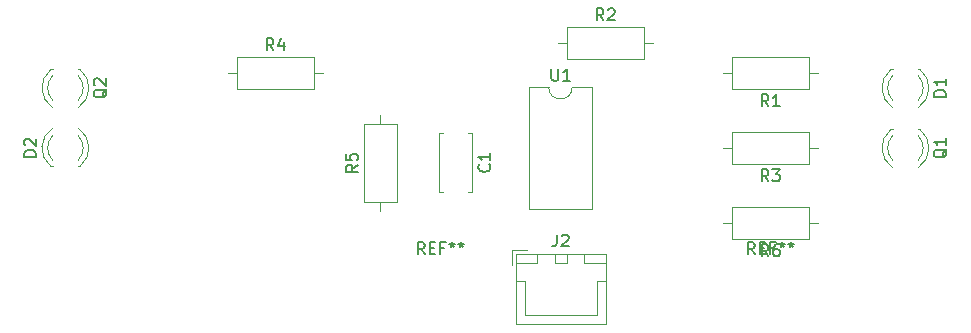
<source format=gbr>
%TF.GenerationSoftware,KiCad,Pcbnew,9.0.4-9.0.4-0~ubuntu22.04.1*%
%TF.CreationDate,2025-10-04T20:24:53+09:00*%
%TF.ProjectId,practice10.13,70726163-7469-4636-9531-302e31332e6b,rev?*%
%TF.SameCoordinates,Original*%
%TF.FileFunction,Legend,Top*%
%TF.FilePolarity,Positive*%
%FSLAX46Y46*%
G04 Gerber Fmt 4.6, Leading zero omitted, Abs format (unit mm)*
G04 Created by KiCad (PCBNEW 9.0.4-9.0.4-0~ubuntu22.04.1) date 2025-10-04 20:24:53*
%MOMM*%
%LPD*%
G01*
G04 APERTURE LIST*
%ADD10C,0.150000*%
%ADD11C,0.120000*%
G04 APERTURE END LIST*
D10*
X143446666Y-63614819D02*
X143113333Y-63138628D01*
X142875238Y-63614819D02*
X142875238Y-62614819D01*
X142875238Y-62614819D02*
X143256190Y-62614819D01*
X143256190Y-62614819D02*
X143351428Y-62662438D01*
X143351428Y-62662438D02*
X143399047Y-62710057D01*
X143399047Y-62710057D02*
X143446666Y-62805295D01*
X143446666Y-62805295D02*
X143446666Y-62948152D01*
X143446666Y-62948152D02*
X143399047Y-63043390D01*
X143399047Y-63043390D02*
X143351428Y-63091009D01*
X143351428Y-63091009D02*
X143256190Y-63138628D01*
X143256190Y-63138628D02*
X142875238Y-63138628D01*
X143875238Y-63091009D02*
X144208571Y-63091009D01*
X144351428Y-63614819D02*
X143875238Y-63614819D01*
X143875238Y-63614819D02*
X143875238Y-62614819D01*
X143875238Y-62614819D02*
X144351428Y-62614819D01*
X145113333Y-63091009D02*
X144780000Y-63091009D01*
X144780000Y-63614819D02*
X144780000Y-62614819D01*
X144780000Y-62614819D02*
X145256190Y-62614819D01*
X145780000Y-62614819D02*
X145780000Y-62852914D01*
X145541905Y-62757676D02*
X145780000Y-62852914D01*
X145780000Y-62852914D02*
X146018095Y-62757676D01*
X145637143Y-63043390D02*
X145780000Y-62852914D01*
X145780000Y-62852914D02*
X145922857Y-63043390D01*
X146541905Y-62614819D02*
X146541905Y-62852914D01*
X146303810Y-62757676D02*
X146541905Y-62852914D01*
X146541905Y-62852914D02*
X146780000Y-62757676D01*
X146399048Y-63043390D02*
X146541905Y-62852914D01*
X146541905Y-62852914D02*
X146684762Y-63043390D01*
X171386666Y-63614819D02*
X171053333Y-63138628D01*
X170815238Y-63614819D02*
X170815238Y-62614819D01*
X170815238Y-62614819D02*
X171196190Y-62614819D01*
X171196190Y-62614819D02*
X171291428Y-62662438D01*
X171291428Y-62662438D02*
X171339047Y-62710057D01*
X171339047Y-62710057D02*
X171386666Y-62805295D01*
X171386666Y-62805295D02*
X171386666Y-62948152D01*
X171386666Y-62948152D02*
X171339047Y-63043390D01*
X171339047Y-63043390D02*
X171291428Y-63091009D01*
X171291428Y-63091009D02*
X171196190Y-63138628D01*
X171196190Y-63138628D02*
X170815238Y-63138628D01*
X171815238Y-63091009D02*
X172148571Y-63091009D01*
X172291428Y-63614819D02*
X171815238Y-63614819D01*
X171815238Y-63614819D02*
X171815238Y-62614819D01*
X171815238Y-62614819D02*
X172291428Y-62614819D01*
X173053333Y-63091009D02*
X172720000Y-63091009D01*
X172720000Y-63614819D02*
X172720000Y-62614819D01*
X172720000Y-62614819D02*
X173196190Y-62614819D01*
X173720000Y-62614819D02*
X173720000Y-62852914D01*
X173481905Y-62757676D02*
X173720000Y-62852914D01*
X173720000Y-62852914D02*
X173958095Y-62757676D01*
X173577143Y-63043390D02*
X173720000Y-62852914D01*
X173720000Y-62852914D02*
X173862857Y-63043390D01*
X174481905Y-62614819D02*
X174481905Y-62852914D01*
X174243810Y-62757676D02*
X174481905Y-62852914D01*
X174481905Y-62852914D02*
X174720000Y-62757676D01*
X174339048Y-63043390D02*
X174481905Y-62852914D01*
X174481905Y-62852914D02*
X174624762Y-63043390D01*
X116540057Y-49625238D02*
X116492438Y-49720476D01*
X116492438Y-49720476D02*
X116397200Y-49815714D01*
X116397200Y-49815714D02*
X116254342Y-49958571D01*
X116254342Y-49958571D02*
X116206723Y-50053809D01*
X116206723Y-50053809D02*
X116206723Y-50149047D01*
X116444819Y-50101428D02*
X116397200Y-50196666D01*
X116397200Y-50196666D02*
X116301961Y-50291904D01*
X116301961Y-50291904D02*
X116111485Y-50339523D01*
X116111485Y-50339523D02*
X115778152Y-50339523D01*
X115778152Y-50339523D02*
X115587676Y-50291904D01*
X115587676Y-50291904D02*
X115492438Y-50196666D01*
X115492438Y-50196666D02*
X115444819Y-50101428D01*
X115444819Y-50101428D02*
X115444819Y-49910952D01*
X115444819Y-49910952D02*
X115492438Y-49815714D01*
X115492438Y-49815714D02*
X115587676Y-49720476D01*
X115587676Y-49720476D02*
X115778152Y-49672857D01*
X115778152Y-49672857D02*
X116111485Y-49672857D01*
X116111485Y-49672857D02*
X116301961Y-49720476D01*
X116301961Y-49720476D02*
X116397200Y-49815714D01*
X116397200Y-49815714D02*
X116444819Y-49910952D01*
X116444819Y-49910952D02*
X116444819Y-50101428D01*
X115540057Y-49291904D02*
X115492438Y-49244285D01*
X115492438Y-49244285D02*
X115444819Y-49149047D01*
X115444819Y-49149047D02*
X115444819Y-48910952D01*
X115444819Y-48910952D02*
X115492438Y-48815714D01*
X115492438Y-48815714D02*
X115540057Y-48768095D01*
X115540057Y-48768095D02*
X115635295Y-48720476D01*
X115635295Y-48720476D02*
X115730533Y-48720476D01*
X115730533Y-48720476D02*
X115873390Y-48768095D01*
X115873390Y-48768095D02*
X116444819Y-49339523D01*
X116444819Y-49339523D02*
X116444819Y-48720476D01*
X137784819Y-56046666D02*
X137308628Y-56379999D01*
X137784819Y-56618094D02*
X136784819Y-56618094D01*
X136784819Y-56618094D02*
X136784819Y-56237142D01*
X136784819Y-56237142D02*
X136832438Y-56141904D01*
X136832438Y-56141904D02*
X136880057Y-56094285D01*
X136880057Y-56094285D02*
X136975295Y-56046666D01*
X136975295Y-56046666D02*
X137118152Y-56046666D01*
X137118152Y-56046666D02*
X137213390Y-56094285D01*
X137213390Y-56094285D02*
X137261009Y-56141904D01*
X137261009Y-56141904D02*
X137308628Y-56237142D01*
X137308628Y-56237142D02*
X137308628Y-56618094D01*
X136784819Y-55141904D02*
X136784819Y-55618094D01*
X136784819Y-55618094D02*
X137261009Y-55665713D01*
X137261009Y-55665713D02*
X137213390Y-55618094D01*
X137213390Y-55618094D02*
X137165771Y-55522856D01*
X137165771Y-55522856D02*
X137165771Y-55284761D01*
X137165771Y-55284761D02*
X137213390Y-55189523D01*
X137213390Y-55189523D02*
X137261009Y-55141904D01*
X137261009Y-55141904D02*
X137356247Y-55094285D01*
X137356247Y-55094285D02*
X137594342Y-55094285D01*
X137594342Y-55094285D02*
X137689580Y-55141904D01*
X137689580Y-55141904D02*
X137737200Y-55189523D01*
X137737200Y-55189523D02*
X137784819Y-55284761D01*
X137784819Y-55284761D02*
X137784819Y-55522856D01*
X137784819Y-55522856D02*
X137737200Y-55618094D01*
X137737200Y-55618094D02*
X137689580Y-55665713D01*
X154626666Y-61944819D02*
X154626666Y-62659104D01*
X154626666Y-62659104D02*
X154579047Y-62801961D01*
X154579047Y-62801961D02*
X154483809Y-62897200D01*
X154483809Y-62897200D02*
X154340952Y-62944819D01*
X154340952Y-62944819D02*
X154245714Y-62944819D01*
X155055238Y-62040057D02*
X155102857Y-61992438D01*
X155102857Y-61992438D02*
X155198095Y-61944819D01*
X155198095Y-61944819D02*
X155436190Y-61944819D01*
X155436190Y-61944819D02*
X155531428Y-61992438D01*
X155531428Y-61992438D02*
X155579047Y-62040057D01*
X155579047Y-62040057D02*
X155626666Y-62135295D01*
X155626666Y-62135295D02*
X155626666Y-62230533D01*
X155626666Y-62230533D02*
X155579047Y-62373390D01*
X155579047Y-62373390D02*
X155007619Y-62944819D01*
X155007619Y-62944819D02*
X155626666Y-62944819D01*
X187564819Y-50268094D02*
X186564819Y-50268094D01*
X186564819Y-50268094D02*
X186564819Y-50029999D01*
X186564819Y-50029999D02*
X186612438Y-49887142D01*
X186612438Y-49887142D02*
X186707676Y-49791904D01*
X186707676Y-49791904D02*
X186802914Y-49744285D01*
X186802914Y-49744285D02*
X186993390Y-49696666D01*
X186993390Y-49696666D02*
X187136247Y-49696666D01*
X187136247Y-49696666D02*
X187326723Y-49744285D01*
X187326723Y-49744285D02*
X187421961Y-49791904D01*
X187421961Y-49791904D02*
X187517200Y-49887142D01*
X187517200Y-49887142D02*
X187564819Y-50029999D01*
X187564819Y-50029999D02*
X187564819Y-50268094D01*
X187564819Y-48744285D02*
X187564819Y-49315713D01*
X187564819Y-49029999D02*
X186564819Y-49029999D01*
X186564819Y-49029999D02*
X186707676Y-49125237D01*
X186707676Y-49125237D02*
X186802914Y-49220475D01*
X186802914Y-49220475D02*
X186850533Y-49315713D01*
X172553333Y-51084819D02*
X172220000Y-50608628D01*
X171981905Y-51084819D02*
X171981905Y-50084819D01*
X171981905Y-50084819D02*
X172362857Y-50084819D01*
X172362857Y-50084819D02*
X172458095Y-50132438D01*
X172458095Y-50132438D02*
X172505714Y-50180057D01*
X172505714Y-50180057D02*
X172553333Y-50275295D01*
X172553333Y-50275295D02*
X172553333Y-50418152D01*
X172553333Y-50418152D02*
X172505714Y-50513390D01*
X172505714Y-50513390D02*
X172458095Y-50561009D01*
X172458095Y-50561009D02*
X172362857Y-50608628D01*
X172362857Y-50608628D02*
X171981905Y-50608628D01*
X173505714Y-51084819D02*
X172934286Y-51084819D01*
X173220000Y-51084819D02*
X173220000Y-50084819D01*
X173220000Y-50084819D02*
X173124762Y-50227676D01*
X173124762Y-50227676D02*
X173029524Y-50322914D01*
X173029524Y-50322914D02*
X172934286Y-50370533D01*
X172553333Y-63784819D02*
X172220000Y-63308628D01*
X171981905Y-63784819D02*
X171981905Y-62784819D01*
X171981905Y-62784819D02*
X172362857Y-62784819D01*
X172362857Y-62784819D02*
X172458095Y-62832438D01*
X172458095Y-62832438D02*
X172505714Y-62880057D01*
X172505714Y-62880057D02*
X172553333Y-62975295D01*
X172553333Y-62975295D02*
X172553333Y-63118152D01*
X172553333Y-63118152D02*
X172505714Y-63213390D01*
X172505714Y-63213390D02*
X172458095Y-63261009D01*
X172458095Y-63261009D02*
X172362857Y-63308628D01*
X172362857Y-63308628D02*
X171981905Y-63308628D01*
X173410476Y-62784819D02*
X173220000Y-62784819D01*
X173220000Y-62784819D02*
X173124762Y-62832438D01*
X173124762Y-62832438D02*
X173077143Y-62880057D01*
X173077143Y-62880057D02*
X172981905Y-63022914D01*
X172981905Y-63022914D02*
X172934286Y-63213390D01*
X172934286Y-63213390D02*
X172934286Y-63594342D01*
X172934286Y-63594342D02*
X172981905Y-63689580D01*
X172981905Y-63689580D02*
X173029524Y-63737200D01*
X173029524Y-63737200D02*
X173124762Y-63784819D01*
X173124762Y-63784819D02*
X173315238Y-63784819D01*
X173315238Y-63784819D02*
X173410476Y-63737200D01*
X173410476Y-63737200D02*
X173458095Y-63689580D01*
X173458095Y-63689580D02*
X173505714Y-63594342D01*
X173505714Y-63594342D02*
X173505714Y-63356247D01*
X173505714Y-63356247D02*
X173458095Y-63261009D01*
X173458095Y-63261009D02*
X173410476Y-63213390D01*
X173410476Y-63213390D02*
X173315238Y-63165771D01*
X173315238Y-63165771D02*
X173124762Y-63165771D01*
X173124762Y-63165771D02*
X173029524Y-63213390D01*
X173029524Y-63213390D02*
X172981905Y-63261009D01*
X172981905Y-63261009D02*
X172934286Y-63356247D01*
X110524819Y-55348094D02*
X109524819Y-55348094D01*
X109524819Y-55348094D02*
X109524819Y-55109999D01*
X109524819Y-55109999D02*
X109572438Y-54967142D01*
X109572438Y-54967142D02*
X109667676Y-54871904D01*
X109667676Y-54871904D02*
X109762914Y-54824285D01*
X109762914Y-54824285D02*
X109953390Y-54776666D01*
X109953390Y-54776666D02*
X110096247Y-54776666D01*
X110096247Y-54776666D02*
X110286723Y-54824285D01*
X110286723Y-54824285D02*
X110381961Y-54871904D01*
X110381961Y-54871904D02*
X110477200Y-54967142D01*
X110477200Y-54967142D02*
X110524819Y-55109999D01*
X110524819Y-55109999D02*
X110524819Y-55348094D01*
X109620057Y-54395713D02*
X109572438Y-54348094D01*
X109572438Y-54348094D02*
X109524819Y-54252856D01*
X109524819Y-54252856D02*
X109524819Y-54014761D01*
X109524819Y-54014761D02*
X109572438Y-53919523D01*
X109572438Y-53919523D02*
X109620057Y-53871904D01*
X109620057Y-53871904D02*
X109715295Y-53824285D01*
X109715295Y-53824285D02*
X109810533Y-53824285D01*
X109810533Y-53824285D02*
X109953390Y-53871904D01*
X109953390Y-53871904D02*
X110524819Y-54443332D01*
X110524819Y-54443332D02*
X110524819Y-53824285D01*
X130643333Y-46344819D02*
X130310000Y-45868628D01*
X130071905Y-46344819D02*
X130071905Y-45344819D01*
X130071905Y-45344819D02*
X130452857Y-45344819D01*
X130452857Y-45344819D02*
X130548095Y-45392438D01*
X130548095Y-45392438D02*
X130595714Y-45440057D01*
X130595714Y-45440057D02*
X130643333Y-45535295D01*
X130643333Y-45535295D02*
X130643333Y-45678152D01*
X130643333Y-45678152D02*
X130595714Y-45773390D01*
X130595714Y-45773390D02*
X130548095Y-45821009D01*
X130548095Y-45821009D02*
X130452857Y-45868628D01*
X130452857Y-45868628D02*
X130071905Y-45868628D01*
X131500476Y-45678152D02*
X131500476Y-46344819D01*
X131262381Y-45297200D02*
X131024286Y-46011485D01*
X131024286Y-46011485D02*
X131643333Y-46011485D01*
X148909580Y-56006666D02*
X148957200Y-56054285D01*
X148957200Y-56054285D02*
X149004819Y-56197142D01*
X149004819Y-56197142D02*
X149004819Y-56292380D01*
X149004819Y-56292380D02*
X148957200Y-56435237D01*
X148957200Y-56435237D02*
X148861961Y-56530475D01*
X148861961Y-56530475D02*
X148766723Y-56578094D01*
X148766723Y-56578094D02*
X148576247Y-56625713D01*
X148576247Y-56625713D02*
X148433390Y-56625713D01*
X148433390Y-56625713D02*
X148242914Y-56578094D01*
X148242914Y-56578094D02*
X148147676Y-56530475D01*
X148147676Y-56530475D02*
X148052438Y-56435237D01*
X148052438Y-56435237D02*
X148004819Y-56292380D01*
X148004819Y-56292380D02*
X148004819Y-56197142D01*
X148004819Y-56197142D02*
X148052438Y-56054285D01*
X148052438Y-56054285D02*
X148100057Y-56006666D01*
X149004819Y-55054285D02*
X149004819Y-55625713D01*
X149004819Y-55339999D02*
X148004819Y-55339999D01*
X148004819Y-55339999D02*
X148147676Y-55435237D01*
X148147676Y-55435237D02*
X148242914Y-55530475D01*
X148242914Y-55530475D02*
X148290533Y-55625713D01*
X172553333Y-57434819D02*
X172220000Y-56958628D01*
X171981905Y-57434819D02*
X171981905Y-56434819D01*
X171981905Y-56434819D02*
X172362857Y-56434819D01*
X172362857Y-56434819D02*
X172458095Y-56482438D01*
X172458095Y-56482438D02*
X172505714Y-56530057D01*
X172505714Y-56530057D02*
X172553333Y-56625295D01*
X172553333Y-56625295D02*
X172553333Y-56768152D01*
X172553333Y-56768152D02*
X172505714Y-56863390D01*
X172505714Y-56863390D02*
X172458095Y-56911009D01*
X172458095Y-56911009D02*
X172362857Y-56958628D01*
X172362857Y-56958628D02*
X171981905Y-56958628D01*
X172886667Y-56434819D02*
X173505714Y-56434819D01*
X173505714Y-56434819D02*
X173172381Y-56815771D01*
X173172381Y-56815771D02*
X173315238Y-56815771D01*
X173315238Y-56815771D02*
X173410476Y-56863390D01*
X173410476Y-56863390D02*
X173458095Y-56911009D01*
X173458095Y-56911009D02*
X173505714Y-57006247D01*
X173505714Y-57006247D02*
X173505714Y-57244342D01*
X173505714Y-57244342D02*
X173458095Y-57339580D01*
X173458095Y-57339580D02*
X173410476Y-57387200D01*
X173410476Y-57387200D02*
X173315238Y-57434819D01*
X173315238Y-57434819D02*
X173029524Y-57434819D01*
X173029524Y-57434819D02*
X172934286Y-57387200D01*
X172934286Y-57387200D02*
X172886667Y-57339580D01*
X154178095Y-47924819D02*
X154178095Y-48734342D01*
X154178095Y-48734342D02*
X154225714Y-48829580D01*
X154225714Y-48829580D02*
X154273333Y-48877200D01*
X154273333Y-48877200D02*
X154368571Y-48924819D01*
X154368571Y-48924819D02*
X154559047Y-48924819D01*
X154559047Y-48924819D02*
X154654285Y-48877200D01*
X154654285Y-48877200D02*
X154701904Y-48829580D01*
X154701904Y-48829580D02*
X154749523Y-48734342D01*
X154749523Y-48734342D02*
X154749523Y-47924819D01*
X155749523Y-48924819D02*
X155178095Y-48924819D01*
X155463809Y-48924819D02*
X155463809Y-47924819D01*
X155463809Y-47924819D02*
X155368571Y-48067676D01*
X155368571Y-48067676D02*
X155273333Y-48162914D01*
X155273333Y-48162914D02*
X155178095Y-48210533D01*
X158583333Y-43804819D02*
X158250000Y-43328628D01*
X158011905Y-43804819D02*
X158011905Y-42804819D01*
X158011905Y-42804819D02*
X158392857Y-42804819D01*
X158392857Y-42804819D02*
X158488095Y-42852438D01*
X158488095Y-42852438D02*
X158535714Y-42900057D01*
X158535714Y-42900057D02*
X158583333Y-42995295D01*
X158583333Y-42995295D02*
X158583333Y-43138152D01*
X158583333Y-43138152D02*
X158535714Y-43233390D01*
X158535714Y-43233390D02*
X158488095Y-43281009D01*
X158488095Y-43281009D02*
X158392857Y-43328628D01*
X158392857Y-43328628D02*
X158011905Y-43328628D01*
X158964286Y-42900057D02*
X159011905Y-42852438D01*
X159011905Y-42852438D02*
X159107143Y-42804819D01*
X159107143Y-42804819D02*
X159345238Y-42804819D01*
X159345238Y-42804819D02*
X159440476Y-42852438D01*
X159440476Y-42852438D02*
X159488095Y-42900057D01*
X159488095Y-42900057D02*
X159535714Y-42995295D01*
X159535714Y-42995295D02*
X159535714Y-43090533D01*
X159535714Y-43090533D02*
X159488095Y-43233390D01*
X159488095Y-43233390D02*
X158916667Y-43804819D01*
X158916667Y-43804819D02*
X159535714Y-43804819D01*
X187660057Y-54705238D02*
X187612438Y-54800476D01*
X187612438Y-54800476D02*
X187517200Y-54895714D01*
X187517200Y-54895714D02*
X187374342Y-55038571D01*
X187374342Y-55038571D02*
X187326723Y-55133809D01*
X187326723Y-55133809D02*
X187326723Y-55229047D01*
X187564819Y-55181428D02*
X187517200Y-55276666D01*
X187517200Y-55276666D02*
X187421961Y-55371904D01*
X187421961Y-55371904D02*
X187231485Y-55419523D01*
X187231485Y-55419523D02*
X186898152Y-55419523D01*
X186898152Y-55419523D02*
X186707676Y-55371904D01*
X186707676Y-55371904D02*
X186612438Y-55276666D01*
X186612438Y-55276666D02*
X186564819Y-55181428D01*
X186564819Y-55181428D02*
X186564819Y-54990952D01*
X186564819Y-54990952D02*
X186612438Y-54895714D01*
X186612438Y-54895714D02*
X186707676Y-54800476D01*
X186707676Y-54800476D02*
X186898152Y-54752857D01*
X186898152Y-54752857D02*
X187231485Y-54752857D01*
X187231485Y-54752857D02*
X187421961Y-54800476D01*
X187421961Y-54800476D02*
X187517200Y-54895714D01*
X187517200Y-54895714D02*
X187564819Y-54990952D01*
X187564819Y-54990952D02*
X187564819Y-55181428D01*
X187564819Y-53800476D02*
X187564819Y-54371904D01*
X187564819Y-54086190D02*
X186564819Y-54086190D01*
X186564819Y-54086190D02*
X186707676Y-54181428D01*
X186707676Y-54181428D02*
X186802914Y-54276666D01*
X186802914Y-54276666D02*
X186850533Y-54371904D01*
D11*
%TO.C,Q2*%
X111950000Y-51201437D02*
G75*
G02*
X111794484Y-47970000I1080000J1671437D01*
G01*
X111950000Y-50570961D02*
G75*
G02*
X111950000Y-48489039I1080000J1040961D01*
G01*
X114110000Y-48489039D02*
G75*
G02*
X114110000Y-50570961I-1080000J-1040961D01*
G01*
X114265516Y-47970000D02*
G75*
G02*
X114110000Y-51201437I-1235516J-1560000D01*
G01*
X111950000Y-47970000D02*
X111794000Y-47970000D01*
X114266000Y-47970000D02*
X114110000Y-47970000D01*
%TO.C,R5*%
X139700000Y-51840000D02*
X139700000Y-52610000D01*
X139700000Y-59920000D02*
X139700000Y-59150000D01*
X138330000Y-59150000D02*
X141070000Y-59150000D01*
X141070000Y-52610000D01*
X138330000Y-52610000D01*
X138330000Y-59150000D01*
%TO.C,J2*%
X150860000Y-63290000D02*
X150860000Y-64540000D01*
X151150000Y-63580000D02*
X151150000Y-69550000D01*
X151150000Y-69550000D02*
X158770000Y-69550000D01*
X151160000Y-63590000D02*
X151160000Y-64340000D01*
X151160000Y-64340000D02*
X152960000Y-64340000D01*
X151160000Y-65840000D02*
X151910000Y-65840000D01*
X151910000Y-65840000D02*
X151910000Y-68790000D01*
X151910000Y-68790000D02*
X154960000Y-68790000D01*
X152110000Y-63290000D02*
X150860000Y-63290000D01*
X152960000Y-63590000D02*
X151160000Y-63590000D01*
X152960000Y-64340000D02*
X152960000Y-63590000D01*
X154460000Y-63590000D02*
X154460000Y-64340000D01*
X154460000Y-64340000D02*
X155460000Y-64340000D01*
X155460000Y-63590000D02*
X154460000Y-63590000D01*
X155460000Y-64340000D02*
X155460000Y-63590000D01*
X156960000Y-63590000D02*
X156960000Y-64340000D01*
X156960000Y-64340000D02*
X158760000Y-64340000D01*
X158010000Y-65840000D02*
X158010000Y-68790000D01*
X158010000Y-68790000D02*
X154960000Y-68790000D01*
X158760000Y-63590000D02*
X156960000Y-63590000D01*
X158760000Y-64340000D02*
X158760000Y-63590000D01*
X158760000Y-65840000D02*
X158010000Y-65840000D01*
X158770000Y-63580000D02*
X151150000Y-63580000D01*
X158770000Y-69550000D02*
X158770000Y-63580000D01*
%TO.C,D1*%
X185386000Y-47970000D02*
X185230000Y-47970000D01*
X183070000Y-47970000D02*
X182914000Y-47970000D01*
X185385516Y-47970000D02*
G75*
G02*
X185230000Y-51201437I-1235516J-1560000D01*
G01*
X185230000Y-48489039D02*
G75*
G02*
X185230000Y-50570961I-1080000J-1040961D01*
G01*
X183070000Y-50570961D02*
G75*
G02*
X183070000Y-48489039I1080000J1040961D01*
G01*
X183070000Y-51201437D02*
G75*
G02*
X182914484Y-47970000I1080000J1671437D01*
G01*
%TO.C,R1*%
X176760000Y-48260000D02*
X175990000Y-48260000D01*
X168680000Y-48260000D02*
X169450000Y-48260000D01*
X175990000Y-49630000D02*
X169450000Y-49630000D01*
X169450000Y-46890000D01*
X175990000Y-46890000D01*
X175990000Y-49630000D01*
%TO.C,R6*%
X176760000Y-60960000D02*
X175990000Y-60960000D01*
X168680000Y-60960000D02*
X169450000Y-60960000D01*
X175990000Y-62330000D02*
X169450000Y-62330000D01*
X169450000Y-59590000D01*
X175990000Y-59590000D01*
X175990000Y-62330000D01*
%TO.C,D2*%
X114110000Y-56170000D02*
X114266000Y-56170000D01*
X111794000Y-56170000D02*
X111950000Y-56170000D01*
X114110000Y-52938563D02*
G75*
G02*
X114265516Y-56170000I-1080000J-1671437D01*
G01*
X114110000Y-53569039D02*
G75*
G02*
X114110000Y-55650961I-1080000J-1040961D01*
G01*
X111950000Y-55650961D02*
G75*
G02*
X111950000Y-53569039I1080000J1040961D01*
G01*
X111794484Y-56170000D02*
G75*
G02*
X111950000Y-52938563I1235516J1560000D01*
G01*
%TO.C,R4*%
X134850000Y-48260000D02*
X134080000Y-48260000D01*
X126770000Y-48260000D02*
X127540000Y-48260000D01*
X127540000Y-46890000D02*
X134080000Y-46890000D01*
X134080000Y-49630000D01*
X127540000Y-49630000D01*
X127540000Y-46890000D01*
%TO.C,C1*%
X144680000Y-58310000D02*
X144680000Y-53370000D01*
X145010000Y-58310000D02*
X144680000Y-58310000D01*
X147420000Y-58310000D02*
X147090000Y-58310000D01*
X144680000Y-53370000D02*
X145010000Y-53370000D01*
X147090000Y-53370000D02*
X147420000Y-53370000D01*
X147420000Y-53370000D02*
X147420000Y-58310000D01*
%TO.C,R3*%
X168680000Y-54610000D02*
X169450000Y-54610000D01*
X176760000Y-54610000D02*
X175990000Y-54610000D01*
X175990000Y-55980000D02*
X169450000Y-55980000D01*
X169450000Y-53240000D01*
X175990000Y-53240000D01*
X175990000Y-55980000D01*
%TO.C,U1*%
X152290000Y-49470000D02*
X152290000Y-59750000D01*
X152290000Y-59750000D02*
X157590000Y-59750000D01*
X153940000Y-49470000D02*
X152290000Y-49470000D01*
X157590000Y-49470000D02*
X155940000Y-49470000D01*
X157590000Y-59750000D02*
X157590000Y-49470000D01*
X155940000Y-49470000D02*
G75*
G02*
X153940000Y-49470000I-1000000J0D01*
G01*
%TO.C,R2*%
X154710000Y-45720000D02*
X155480000Y-45720000D01*
X162790000Y-45720000D02*
X162020000Y-45720000D01*
X155480000Y-44350000D02*
X162020000Y-44350000D01*
X162020000Y-47090000D01*
X155480000Y-47090000D01*
X155480000Y-44350000D01*
%TO.C,Q1*%
X185386000Y-53050000D02*
X185230000Y-53050000D01*
X183070000Y-53050000D02*
X182914000Y-53050000D01*
X185385516Y-53050000D02*
G75*
G02*
X185230000Y-56281437I-1235516J-1560000D01*
G01*
X185230000Y-53569039D02*
G75*
G02*
X185230000Y-55650961I-1080000J-1040961D01*
G01*
X183070000Y-55650961D02*
G75*
G02*
X183070000Y-53569039I1080000J1040961D01*
G01*
X183070000Y-56281437D02*
G75*
G02*
X182914484Y-53050000I1080000J1671437D01*
G01*
%TD*%
M02*

</source>
